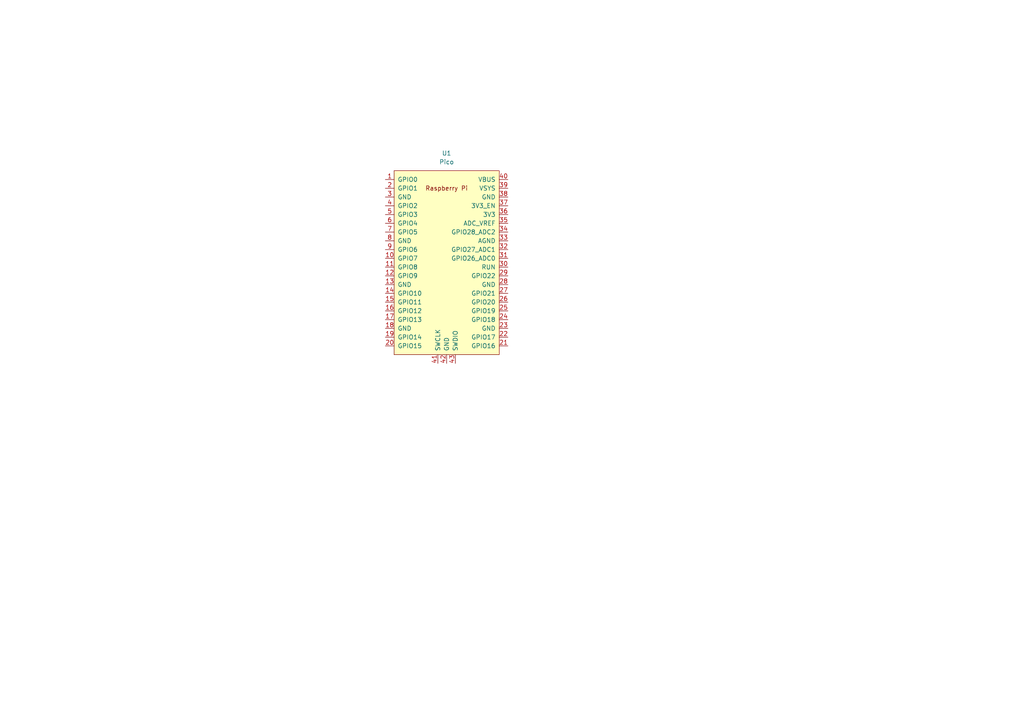
<source format=kicad_sch>
(kicad_sch (version 20231120) (generator "eeschema") (generator_version "8.0")
  (paper "A4")
  (lib_symbols
    (symbol "rplink:Pico" (pin_names (offset 1.016))
      (property "Reference" "U" (at -13.97 27.94 0))
      (property "Value" "Pico" (at 0 19.05 0))
      (symbol "Pico_0_0"
        (text "Raspberry Pi" (at 0 21.59 0) (effects (font (size 1.27 1.27))))
      )
      (symbol "Pico_0_1"
        (rectangle (start -15.24 26.67) (end 15.24 -26.67) (fill (type background)))
      )
      (symbol "Pico_1_1"
        (pin bidirectional line (at -17.78 24.13 0) (length 2.54) (name "GPIO0") (number "1"))
        (pin bidirectional line (at -17.78 1.27 0) (length 2.54) (name "GPIO7") (number "10"))
        (pin bidirectional line (at -17.78 -1.27 0) (length 2.54) (name "GPIO8") (number "11"))
        (pin bidirectional line (at -17.78 -3.81 0) (length 2.54) (name "GPIO9") (number "12"))
        (pin power_in line (at -17.78 -6.35 0) (length 2.54) (name "GND") (number "13"))
        (pin bidirectional line (at -17.78 -8.89 0) (length 2.54) (name "GPIO10") (number "14"))
        (pin bidirectional line (at -17.78 -11.43 0) (length 2.54) (name "GPIO11") (number "15"))
        (pin bidirectional line (at -17.78 -13.97 0) (length 2.54) (name "GPIO12") (number "16"))
        (pin bidirectional line (at -17.78 -16.51 0) (length 2.54) (name "GPIO13") (number "17"))
        (pin power_in line (at -17.78 -19.05 0) (length 2.54) (name "GND") (number "18"))
        (pin bidirectional line (at -17.78 -21.59 0) (length 2.54) (name "GPIO14") (number "19"))
        (pin bidirectional line (at -17.78 21.59 0) (length 2.54) (name "GPIO1") (number "2"))
        (pin bidirectional line (at -17.78 -24.13 0) (length 2.54) (name "GPIO15") (number "20"))
        (pin bidirectional line (at 17.78 -24.13 180) (length 2.54) (name "GPIO16") (number "21"))
        (pin bidirectional line (at 17.78 -21.59 180) (length 2.54) (name "GPIO17") (number "22"))
        (pin power_in line (at 17.78 -19.05 180) (length 2.54) (name "GND") (number "23"))
        (pin bidirectional line (at 17.78 -16.51 180) (length 2.54) (name "GPIO18") (number "24"))
        (pin bidirectional line (at 17.78 -13.97 180) (length 2.54) (name "GPIO19") (number "25"))
        (pin bidirectional line (at 17.78 -11.43 180) (length 2.54) (name "GPIO20") (number "26"))
        (pin bidirectional line (at 17.78 -8.89 180) (length 2.54) (name "GPIO21") (number "27"))
        (pin power_in line (at 17.78 -6.35 180) (length 2.54) (name "GND") (number "28"))
        (pin bidirectional line (at 17.78 -3.81 180) (length 2.54) (name "GPIO22") (number "29"))
        (pin power_in line (at -17.78 19.05 0) (length 2.54) (name "GND") (number "3"))
        (pin input line (at 17.78 -1.27 180) (length 2.54) (name "RUN") (number "30"))
        (pin bidirectional line (at 17.78 1.27 180) (length 2.54) (name "GPIO26_ADC0") (number "31"))
        (pin bidirectional line (at 17.78 3.81 180) (length 2.54) (name "GPIO27_ADC1") (number "32"))
        (pin power_in line (at 17.78 6.35 180) (length 2.54) (name "AGND") (number "33"))
        (pin bidirectional line (at 17.78 8.89 180) (length 2.54) (name "GPIO28_ADC2") (number "34"))
        (pin unspecified line (at 17.78 11.43 180) (length 2.54) (name "ADC_VREF") (number "35"))
        (pin unspecified line (at 17.78 13.97 180) (length 2.54) (name "3V3") (number "36"))
        (pin input line (at 17.78 16.51 180) (length 2.54) (name "3V3_EN") (number "37"))
        (pin bidirectional line (at 17.78 19.05 180) (length 2.54) (name "GND") (number "38"))
        (pin unspecified line (at 17.78 21.59 180) (length 2.54) (name "VSYS") (number "39"))
        (pin bidirectional line (at -17.78 16.51 0) (length 2.54) (name "GPIO2") (number "4"))
        (pin unspecified line (at 17.78 24.13 180) (length 2.54) (name "VBUS") (number "40"))
        (pin input line (at -2.54 -29.21 90) (length 2.54) (name "SWCLK") (number "41"))
        (pin power_in line (at 0 -29.21 90) (length 2.54) (name "GND") (number "42"))
        (pin bidirectional line (at 2.54 -29.21 90) (length 2.54) (name "SWDIO") (number "43"))
        (pin bidirectional line (at -17.78 13.97 0) (length 2.54) (name "GPIO3") (number "5"))
        (pin bidirectional line (at -17.78 11.43 0) (length 2.54) (name "GPIO4") (number "6"))
        (pin bidirectional line (at -17.78 8.89 0) (length 2.54) (name "GPIO5") (number "7"))
        (pin power_in line (at -17.78 6.35 0) (length 2.54) (name "GND") (number "8"))
        (pin bidirectional line (at -17.78 3.81 0) (length 2.54) (name "GPIO6") (number "9"))
      )
    )
  )
  (symbol (lib_id "rplink:Pico") (at 129.54 76.2 0) (unit 1)
    (property "Reference" "U1" (at 129.54 44.45 0))
    (property "Value" "Pico" (at 129.54 46.99 0))
    (property "Footprint" "rplink:RPi_Pico_SMD_TH" (effects (hide yes)))
  )
)
</source>
